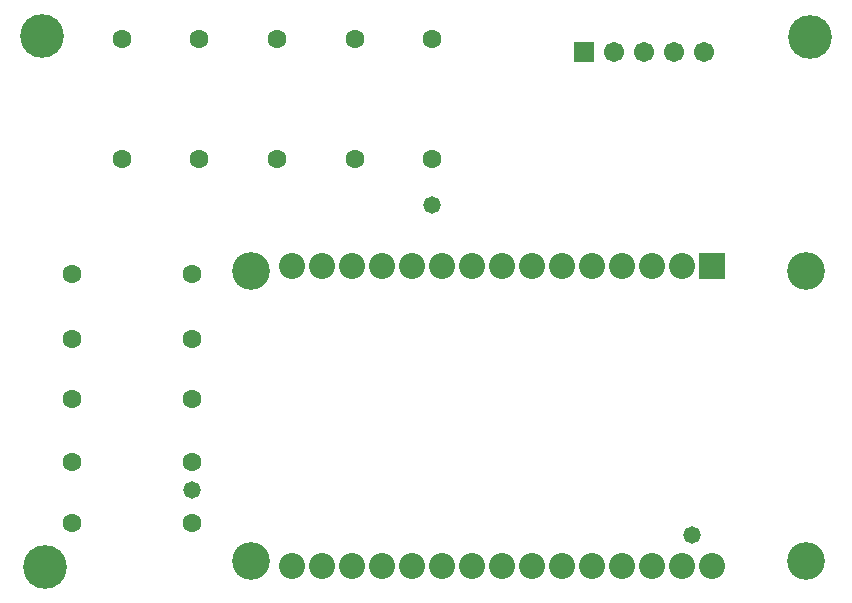
<source format=gts>
G04 Layer_Color=8388736*
%FSLAX25Y25*%
%MOIN*%
G70*
G01*
G75*
%ADD23R,0.08674X0.08674*%
%ADD24C,0.08674*%
%ADD25C,0.12611*%
%ADD26C,0.06312*%
%ADD27C,0.14579*%
%ADD28R,0.06706X0.06706*%
%ADD29C,0.06706*%
%ADD30C,0.05800*%
D23*
X442661Y322650D02*
D03*
D24*
X432661D02*
D03*
X422661D02*
D03*
X412661D02*
D03*
X402661D02*
D03*
X392661D02*
D03*
X382661D02*
D03*
X372661D02*
D03*
X362661D02*
D03*
X352661D02*
D03*
X342661D02*
D03*
X332661D02*
D03*
X322661D02*
D03*
X312661D02*
D03*
X302661D02*
D03*
X442661Y222650D02*
D03*
X432661D02*
D03*
X422661D02*
D03*
X412661D02*
D03*
X402661D02*
D03*
X392661D02*
D03*
X382661D02*
D03*
X372661D02*
D03*
X362661D02*
D03*
X352661D02*
D03*
X342661D02*
D03*
X332661D02*
D03*
X322661D02*
D03*
X312661D02*
D03*
X302661D02*
D03*
D25*
X289158Y320996D02*
D03*
Y224500D02*
D03*
X474000D02*
D03*
Y320996D02*
D03*
D26*
X269500Y320000D02*
D03*
X229500D02*
D03*
Y257500D02*
D03*
X269500D02*
D03*
X349500Y358500D02*
D03*
Y398500D02*
D03*
X323625Y358500D02*
D03*
Y398500D02*
D03*
X297750Y358500D02*
D03*
Y398500D02*
D03*
X271875Y358500D02*
D03*
Y398500D02*
D03*
X246000Y358500D02*
D03*
Y398500D02*
D03*
X229500Y298500D02*
D03*
X269500D02*
D03*
X229500Y278500D02*
D03*
X269500D02*
D03*
X229500Y237000D02*
D03*
X269500D02*
D03*
D27*
X219500Y399500D02*
D03*
X220500Y222500D02*
D03*
X475500Y399000D02*
D03*
D28*
X400000Y394000D02*
D03*
D29*
X410000D02*
D03*
X420000D02*
D03*
X430000D02*
D03*
X440000D02*
D03*
D30*
X269500Y248000D02*
D03*
X349500Y343000D02*
D03*
X436000Y233000D02*
D03*
M02*

</source>
